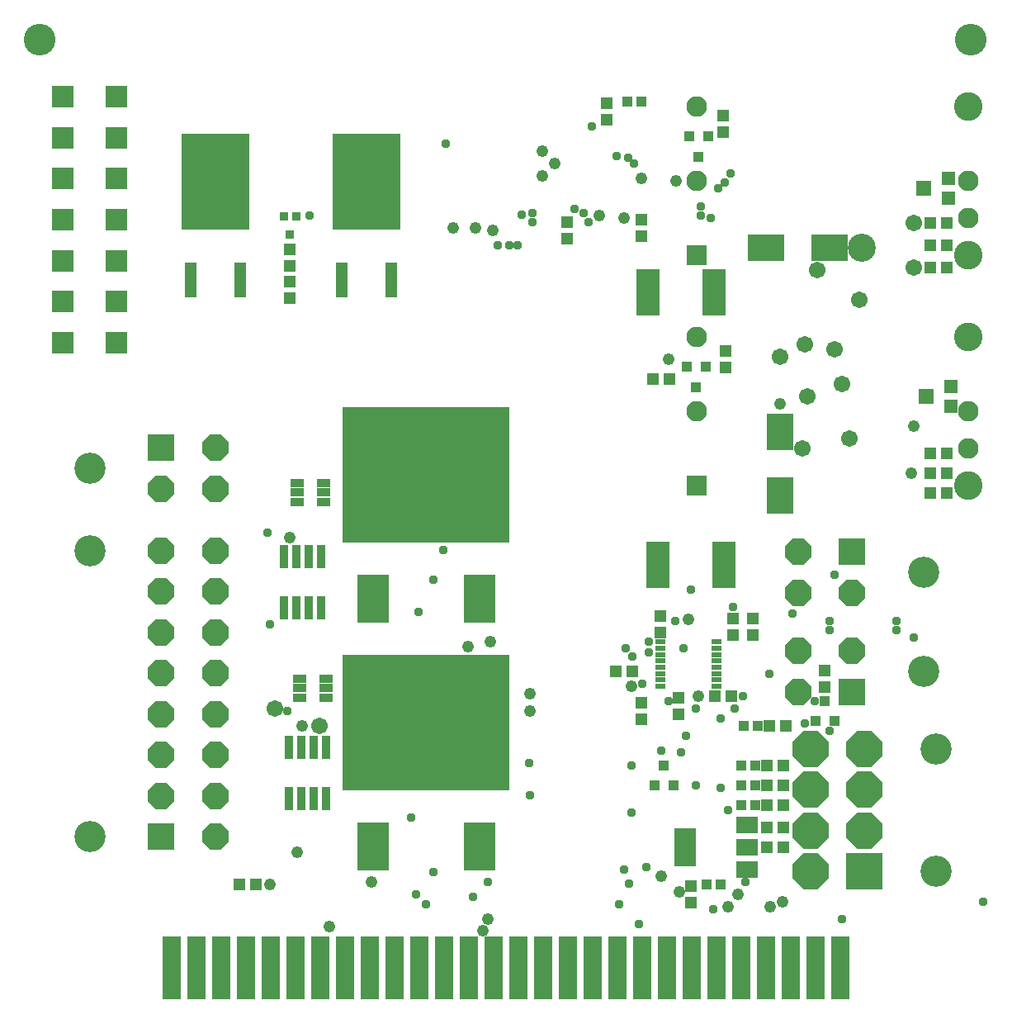
<source format=gbr>
G04 EAGLE Gerber RS-274X export*
G75*
%MOMM*%
%FSLAX34Y34*%
%LPD*%
%INSoldermask Top*%
%IPPOS*%
%AMOC8*
5,1,8,0,0,1.08239X$1,22.5*%
G01*
%ADD10C,3.251200*%
%ADD11R,1.854200X6.553200*%
%ADD12P,2.969212X8X22.500000*%
%ADD13R,2.743200X2.743200*%
%ADD14C,3.203200*%
%ADD15R,1.473200X0.838200*%
%ADD16R,0.812800X2.413000*%
%ADD17R,2.209800X1.701800*%
%ADD18R,2.209800X4.013200*%
%ADD19R,3.203200X5.003200*%
%ADD20R,17.203200X13.903200*%
%ADD21R,1.303200X1.203200*%
%ADD22R,1.103200X0.553200*%
%ADD23R,1.203200X1.303200*%
%ADD24R,2.114200X2.114200*%
%ADD25C,2.114200*%
%ADD26C,2.939200*%
%ADD27R,1.503200X1.503200*%
%ADD28R,1.453200X1.403200*%
%ADD29R,2.453200X4.703200*%
%ADD30R,1.003200X1.103200*%
%ADD31R,2.703200X3.703200*%
%ADD32R,3.703200X2.703200*%
%ADD33R,0.990600X1.092200*%
%ADD34R,1.203200X3.603200*%
%ADD35R,7.003200X9.803200*%
%ADD36R,0.903200X0.903200*%
%ADD37R,1.003200X1.003200*%
%ADD38P,4.008307X8X202.500000*%
%ADD39R,3.703200X3.703200*%
%ADD40P,2.969212X8X202.500000*%
%ADD41R,2.303200X2.303200*%
%ADD42C,0.959600*%
%ADD43C,2.870200*%
%ADD44C,1.703200*%
%ADD45C,1.244600*%
%ADD46C,1.209600*%


D10*
X30480Y985520D03*
X985520Y985520D03*
D11*
X165815Y34230D03*
X191215Y34230D03*
X216615Y34230D03*
X242015Y34230D03*
X267415Y34230D03*
X292815Y34230D03*
X318215Y34230D03*
X343615Y34230D03*
X369015Y34230D03*
X394415Y34230D03*
X419815Y34230D03*
X445215Y34230D03*
X470615Y34230D03*
X496015Y34230D03*
X521415Y34230D03*
X546815Y34230D03*
X775415Y34230D03*
X800815Y34230D03*
X572215Y34230D03*
X597615Y34230D03*
X623015Y34230D03*
X648415Y34230D03*
X673815Y34230D03*
X699215Y34230D03*
X724615Y34230D03*
X750015Y34230D03*
X826215Y34230D03*
X851615Y34230D03*
D12*
X210058Y461645D03*
X210058Y419735D03*
X210058Y377825D03*
X210058Y335915D03*
X210058Y294005D03*
X210058Y252095D03*
X210058Y210185D03*
X210058Y168275D03*
X154940Y461645D03*
X154940Y419735D03*
X154940Y377825D03*
X154940Y335915D03*
X154940Y294005D03*
X154940Y252095D03*
X154940Y210185D03*
D13*
X154940Y168275D03*
D14*
X81940Y461645D03*
X81940Y168275D03*
D15*
X294640Y530860D03*
X294640Y521360D03*
X294640Y511860D03*
X321640Y530860D03*
X321640Y521360D03*
X321640Y511860D03*
X297180Y330200D03*
X297180Y320700D03*
X297180Y311200D03*
X324180Y330200D03*
X324180Y320700D03*
X324180Y311200D03*
D16*
X280670Y403098D03*
X293370Y403098D03*
X306070Y403098D03*
X318770Y403098D03*
X318770Y455422D03*
X306070Y455422D03*
X293370Y455422D03*
X280670Y455422D03*
X285750Y207518D03*
X298450Y207518D03*
X311150Y207518D03*
X323850Y207518D03*
X323850Y259842D03*
X311150Y259842D03*
X298450Y259842D03*
X285750Y259842D03*
D17*
X755396Y134874D03*
X755396Y157734D03*
X755396Y180594D03*
D18*
X692404Y157480D03*
D19*
X372220Y412820D03*
D20*
X426720Y539820D03*
D19*
X481220Y412820D03*
X372220Y158820D03*
D20*
X426720Y285820D03*
D19*
X481220Y158820D03*
D21*
X235340Y119380D03*
X252340Y119380D03*
X776360Y177800D03*
X793360Y177800D03*
X776360Y157480D03*
X793360Y157480D03*
D22*
X724710Y322690D03*
X724710Y329190D03*
X724710Y335690D03*
X724710Y342190D03*
X724710Y348690D03*
X724710Y355190D03*
X724710Y361690D03*
X724710Y368190D03*
X667210Y368190D03*
X667210Y361690D03*
X667210Y355190D03*
X667210Y348690D03*
X667210Y342190D03*
X667210Y335690D03*
X667210Y329190D03*
X667210Y322690D03*
D23*
X638420Y337820D03*
X621420Y337820D03*
D21*
X685800Y310760D03*
X685800Y293760D03*
X647700Y305680D03*
X647700Y288680D03*
X723020Y312420D03*
X740020Y312420D03*
X741680Y392040D03*
X741680Y375040D03*
X762000Y392040D03*
X762000Y375040D03*
D24*
X703780Y528520D03*
D25*
X703780Y604520D03*
X703780Y680520D03*
D26*
X982780Y680520D03*
D25*
X982780Y604520D03*
X982780Y566520D03*
D26*
X982780Y528520D03*
D27*
X939500Y619760D03*
D28*
X964750Y609760D03*
X964750Y629760D03*
D23*
X659520Y637540D03*
X676520Y637540D03*
D21*
X734060Y666360D03*
X734060Y649360D03*
D29*
X664670Y447040D03*
X732330Y447040D03*
D30*
X713080Y650080D03*
X694080Y650080D03*
X703580Y629080D03*
D31*
X789940Y518680D03*
X789940Y583680D03*
D21*
X961000Y520700D03*
X944000Y520700D03*
X961000Y541020D03*
X944000Y541020D03*
X961000Y561340D03*
X944000Y561340D03*
D24*
X703780Y764740D03*
D25*
X703780Y840740D03*
X703780Y916740D03*
D26*
X982780Y916740D03*
D25*
X982780Y840740D03*
X982780Y802740D03*
D26*
X982780Y764740D03*
D27*
X936960Y833120D03*
D28*
X962210Y823120D03*
X962210Y843120D03*
D21*
X647700Y783980D03*
X647700Y800980D03*
X731520Y907660D03*
X731520Y890660D03*
D29*
X654510Y726440D03*
X722170Y726440D03*
D30*
X715620Y886300D03*
X696620Y886300D03*
X706120Y865300D03*
D32*
X775220Y772160D03*
X840220Y772160D03*
D21*
X961000Y774700D03*
X944000Y774700D03*
X961000Y751840D03*
X944000Y751840D03*
X961000Y797560D03*
X944000Y797560D03*
D33*
X825754Y287020D03*
X845058Y287020D03*
X835406Y307340D03*
D21*
X835660Y321700D03*
X835660Y338700D03*
D33*
X660654Y220980D03*
X679958Y220980D03*
X670306Y241300D03*
D34*
X185420Y739180D03*
X236220Y739180D03*
D35*
X210820Y840180D03*
D34*
X340360Y739180D03*
X391160Y739180D03*
D35*
X365760Y840180D03*
D36*
X293520Y804270D03*
X280520Y804270D03*
X287020Y785770D03*
D21*
X287020Y770500D03*
X287020Y753500D03*
X287020Y737480D03*
X287020Y720480D03*
X571500Y781440D03*
X571500Y798440D03*
D37*
X647580Y922020D03*
X632580Y922020D03*
D21*
X612140Y920360D03*
X612140Y903360D03*
D37*
X713860Y119380D03*
X728860Y119380D03*
D21*
X698500Y100720D03*
X698500Y117720D03*
D37*
X751960Y281940D03*
X766960Y281940D03*
X749420Y241300D03*
X764420Y241300D03*
X749420Y200660D03*
X764420Y200660D03*
X749420Y220980D03*
X764420Y220980D03*
D23*
X776360Y220980D03*
X793360Y220980D03*
X776360Y241300D03*
X793360Y241300D03*
X778900Y281940D03*
X795900Y281940D03*
X776360Y200660D03*
X793360Y200660D03*
D12*
X210058Y525145D03*
X210058Y567055D03*
X154940Y525145D03*
D13*
X154940Y567055D03*
D14*
X81940Y546100D03*
D38*
X821182Y258445D03*
X821182Y216535D03*
X821182Y174625D03*
X821182Y132715D03*
X876300Y258445D03*
X876300Y216535D03*
X876300Y174625D03*
D39*
X876300Y132715D03*
D14*
X949300Y258445D03*
X949300Y132715D03*
D40*
X808482Y418465D03*
X808482Y460375D03*
X863600Y418465D03*
D13*
X863600Y460375D03*
D14*
X936600Y439420D03*
D40*
X808482Y358775D03*
X808482Y316865D03*
X863600Y358775D03*
D13*
X863600Y316865D03*
D14*
X936600Y337820D03*
D41*
X109220Y927100D03*
X54220Y927100D03*
X109220Y885100D03*
X54220Y885100D03*
X54220Y843100D03*
X109220Y843100D03*
X109220Y801100D03*
X54220Y801100D03*
X109220Y759100D03*
X109220Y717100D03*
X54220Y675100D03*
X109220Y675100D03*
X54220Y717100D03*
X54220Y759100D03*
D21*
X666750Y377580D03*
X666750Y394580D03*
D42*
X840740Y276860D03*
D43*
X873760Y772160D03*
D44*
X927100Y751840D03*
X927100Y797560D03*
D45*
X924560Y541020D03*
X927100Y589280D03*
X789940Y612140D03*
X266700Y119380D03*
D42*
X754380Y121920D03*
X703580Y220980D03*
X741680Y403860D03*
D44*
X815340Y673100D03*
X317500Y281940D03*
X271674Y299720D03*
X789940Y660400D03*
X845820Y668020D03*
X853440Y632460D03*
X817880Y619760D03*
X812800Y566420D03*
X861060Y576580D03*
X871220Y718820D03*
X828040Y749300D03*
D42*
X728980Y218440D03*
D46*
X746760Y109220D03*
X792480Y101600D03*
X736600Y96520D03*
X779780Y96520D03*
D42*
X736600Y195580D03*
X532356Y243840D03*
X411480Y187960D03*
X307340Y805180D03*
X264160Y480060D03*
X284480Y297180D03*
X474980Y106680D03*
X416560Y109220D03*
D45*
X294640Y152400D03*
D42*
X802640Y397200D03*
X778466Y335280D03*
X266700Y386080D03*
X419100Y398780D03*
X500380Y774700D03*
X524834Y806126D03*
X579076Y811864D03*
X622300Y866140D03*
X739140Y848360D03*
X718820Y802640D03*
X728980Y289560D03*
X434340Y431800D03*
X708660Y814296D03*
X726440Y833120D03*
X640080Y858520D03*
X592864Y798632D03*
X535940Y798632D03*
X520672Y774700D03*
X444500Y462280D03*
X743148Y299946D03*
X690502Y361764D03*
X681792Y389956D03*
X674994Y307340D03*
X693420Y271780D03*
X652780Y137160D03*
X909320Y380266D03*
X840740Y380266D03*
X853440Y83820D03*
X998220Y101600D03*
X909320Y389354D03*
X840740Y389354D03*
D45*
X629920Y802640D03*
X370840Y121920D03*
X490220Y83820D03*
X484709Y72448D03*
X327486Y76200D03*
X675640Y657860D03*
D42*
X815340Y284254D03*
X426720Y99060D03*
X645160Y78740D03*
X624840Y99060D03*
X629920Y134620D03*
X637540Y193040D03*
X447040Y878840D03*
X751840Y312420D03*
X703580Y299720D03*
D45*
X287020Y474980D03*
X492760Y368671D03*
X533146Y314960D03*
D42*
X647832Y325120D03*
D45*
X299720Y281940D03*
X469900Y363220D03*
X533400Y297180D03*
X637319Y322580D03*
X495300Y789940D03*
X604520Y805180D03*
X647700Y843280D03*
X683260Y840740D03*
X695960Y391160D03*
X706120Y312420D03*
X667365Y127655D03*
X686269Y111760D03*
D42*
X698500Y421640D03*
X845594Y436880D03*
X927100Y372420D03*
X533400Y210820D03*
X434340Y132080D03*
X490220Y121920D03*
X635000Y120241D03*
X721360Y93980D03*
X596900Y896620D03*
X708660Y805208D03*
X732866Y839546D03*
X633654Y864946D03*
X587784Y807720D03*
X535940Y807720D03*
X511584Y774700D03*
X631666Y361474D03*
X637695Y353063D03*
X825500Y307114D03*
X688340Y255146D03*
X637540Y241300D03*
X668020Y256540D03*
D45*
X454660Y792480D03*
X546100Y845820D03*
X477520Y792480D03*
X558800Y858520D03*
X546100Y871220D03*
D42*
X654710Y357530D03*
X655320Y368300D03*
M02*

</source>
